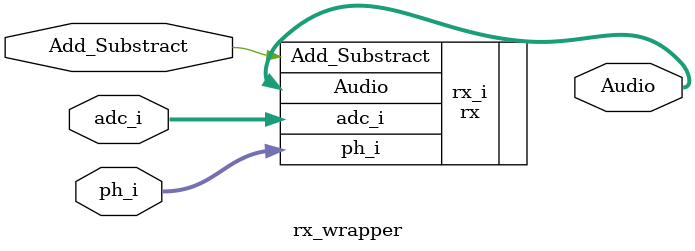
<source format=v>
`timescale 1 ps / 1 ps

module rx_wrapper
   (Add_Substract,
    Audio,
    adc_i,
    ph_i);
  input Add_Substract;
  output [15:0]Audio;
  input [11:0]adc_i;
  input [31:0]ph_i;

  wire Add_Substract;
  wire [15:0]Audio;
  wire [11:0]adc_i;
  wire [31:0]ph_i;

  rx rx_i
       (.Add_Substract(Add_Substract),
        .Audio(Audio),
        .adc_i(adc_i),
        .ph_i(ph_i));
endmodule

</source>
